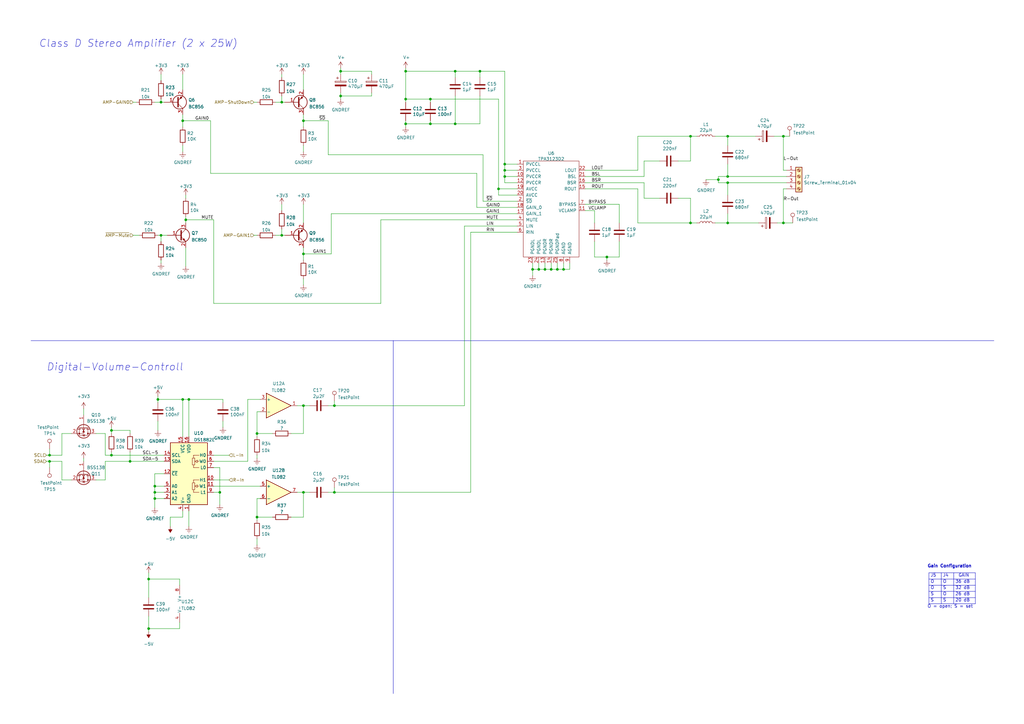
<source format=kicad_sch>
(kicad_sch (version 20230121) (generator eeschema)
  (paper "A3")
  (title_block (date "2023-07-19") (rev "1.3"))
  (lib_symbols
    (symbol "+3V3_1" (power) (pin_names (offset 0))
      (property "Value" "+3V3_1" (at 0 3.556 0))
      (symbol "+3V3_1_1_1"
        (pin power_in line (at 0 0 90) (length 0) hide (name "+3V3") (number "1"))
      )
    )
    (symbol "+3V3_2" (power) (pin_names (offset 0))
      (property "Value" "+3V3_2" (at 0 3.556 0))
      (symbol "+3V3_2_1_1"
        (pin power_in line (at 0 0 90) (length 0) hide (name "+3V3") (number "1"))
      )
    )
    (symbol "Amplifier_Operational:TL082" (pin_names (offset 0.127))
      (property "Reference" "U" (at 0 5.08 0))
      (property "Value" "TL082" (at 0 -5.08 0))
      (symbol "TL082_1_1"
        (pin output line (at 7.62 0 180) (length 2.54) (name "~") (number "1"))
        (pin input line (at -7.62 -2.54 0) (length 2.54) (name "-") (number "2"))
        (pin input line (at -7.62 2.54 0) (length 2.54) (name "+") (number "3"))
      )
      (symbol "TL082_2_1"
        (pin input line (at -7.62 2.54 0) (length 2.54) (name "+") (number "5"))
        (pin input line (at -7.62 -2.54 0) (length 2.54) (name "-") (number "6"))
        (pin output line (at 7.62 0 180) (length 2.54) (name "~") (number "7"))
      )
      (symbol "TL082_3_1"
        (pin power_in line (at -2.54 -7.62 90) (length 3.81) (name "V-") (number "4"))
        (pin power_in line (at -2.54 7.62 270) (length 3.81) (name "V+") (number "8"))
      )
    )
    (symbol "Connector:Screw_Terminal_01x04" (pin_names (offset 1.016) hide)
      (property "Reference" "J" (at 0 5.08 0))
      (property "Value" "Screw_Terminal_01x04" (at 0 -7.62 0))
      (symbol "Screw_Terminal_01x04_1_1"
        (pin passive line (at -5.08 2.54 0) (length 3.81) (name "Pin_1") (number "1"))
        (pin passive line (at -5.08 0 0) (length 3.81) (name "Pin_2") (number "2"))
        (pin passive line (at -5.08 -2.54 0) (length 3.81) (name "Pin_3") (number "3"))
        (pin passive line (at -5.08 -5.08 0) (length 3.81) (name "Pin_4") (number "4"))
      )
    )
    (symbol "Connector:TestPoint" (pin_numbers hide) (pin_names (offset 0.762) hide)
      (property "Reference" "TP" (at 0 6.858 0))
      (property "Value" "TestPoint" (at 0 5.08 0))
      (symbol "TestPoint_1_1"
        (pin passive line (at 0 0 90) (length 2.54) (name "1") (number "1"))
      )
    )
    (symbol "Device:C" (pin_numbers hide) (pin_names (offset 0.254))
      (property "Reference" "C" (at 0.635 2.54 0))
      (property "Value" "C" (at 0.635 -2.54 0))
      (symbol "C_1_1"
        (pin passive line (at 0 3.81 270) (length 2.794) (name "~") (number "1"))
        (pin passive line (at 0 -3.81 90) (length 2.794) (name "~") (number "2"))
      )
    )
    (symbol "Device:CP" (pin_numbers hide) (pin_names (offset 0.254))
      (property "Reference" "C" (at 0.635 2.54 0))
      (property "Value" "Device_CP" (at 0.635 -2.54 0))
      (symbol "CP_1_1"
        (pin passive line (at 0 3.81 270) (length 2.794) (name "~") (number "1"))
        (pin passive line (at 0 -3.81 90) (length 2.794) (name "~") (number "2"))
      )
    )
    (symbol "Device:L" (pin_numbers hide) (pin_names (offset 1.016) hide)
      (property "Reference" "L" (at -1.27 0 90))
      (property "Value" "L" (at 1.905 0 90))
      (symbol "L_1_1"
        (pin passive line (at 0 3.81 270) (length 1.27) (name "1") (number "1"))
        (pin passive line (at 0 -3.81 90) (length 1.27) (name "2") (number "2"))
      )
    )
    (symbol "Device:R" (pin_numbers hide) (pin_names (offset 0))
      (property "Reference" "R" (at 2.032 0 90))
      (property "Value" "R" (at 0 0 90))
      (symbol "R_1_1"
        (pin passive line (at 0 3.81 270) (length 1.27) (name "~") (number "1"))
        (pin passive line (at 0 -3.81 90) (length 1.27) (name "~") (number "2"))
      )
    )
    (symbol "GNDREF_1" (power) (pin_names (offset 0))
      (property "Value" "GNDREF_1" (at 0 -3.81 0))
      (symbol "GNDREF_1_1_1"
        (pin power_in line (at 0 0 270) (length 0) hide (name "GNDREF") (number "1"))
      )
    )
    (symbol "MyLib:V+" (power) (pin_names (offset 0))
      (property "Value" "MyLib_V+" (at 0 3.556 0))
      (symbol "V+_1_1"
        (pin power_in line (at 0 0 90) (length 0) hide (name "V+") (number "1"))
      )
    )
    (symbol "OfficeAmp:TPA3123D2" (pin_names (offset 1.016))
      (property "Reference" "U" (at -11.43 25.4 0))
      (property "Value" "TPA3123D2" (at -11.43 22.86 0))
      (symbol "TPA3123D2_1_1"
        (pin power_in line (at -13.97 20.32 0) (length 2.54) (name "PVCCL") (number "1"))
        (pin power_in line (at -13.97 15.24 0) (length 2.54) (name "PVCCR") (number "10"))
        (pin output line (at 13.97 1.27 180) (length 2.54) (name "VCLAMP") (number "11"))
        (pin power_in line (at -13.97 12.7 0) (length 2.54) (name "PVCCR") (number "12"))
        (pin power_in line (at -2.54 -20.32 90) (length 2.54) (name "PGNDR") (number "13"))
        (pin power_in line (at 0 -20.32 90) (length 2.54) (name "PGNDR") (number "14"))
        (pin output line (at 13.97 10.16 180) (length 2.54) (name "ROUT") (number "15"))
        (pin output line (at 13.97 12.7 180) (length 2.54) (name "BSR") (number "16"))
        (pin input line (at -13.97 0 0) (length 2.54) (name "GAIN_1") (number "17"))
        (pin input line (at -13.97 2.54 0) (length 2.54) (name "GAIN_0") (number "18"))
        (pin power_in line (at -13.97 10.16 0) (length 2.54) (name "AVCC") (number "19"))
        (pin input line (at -13.97 5.08 0) (length 2.54) (name "~{SD}") (number "2"))
        (pin power_in line (at -13.97 7.62 0) (length 2.54) (name "AVCC") (number "20"))
        (pin output line (at 13.97 15.24 180) (length 2.54) (name "BSL") (number "21"))
        (pin output line (at 13.97 17.78 180) (length 2.54) (name "LOUT") (number "22"))
        (pin power_in line (at -7.62 -20.32 90) (length 2.54) (name "PGNDL") (number "23"))
        (pin power_in line (at -5.08 -20.32 90) (length 2.54) (name "PGNDL") (number "24"))
        (pin power_in line (at 2.54 -20.32 90) (length 2.54) (name "PGNDPad") (number "25"))
        (pin power_in line (at -13.97 17.78 0) (length 2.54) (name "PVCCL") (number "3"))
        (pin input line (at -13.97 -2.54 0) (length 2.54) (name "MUTE") (number "4"))
        (pin input line (at -13.97 -5.08 0) (length 2.54) (name "LIN") (number "5"))
        (pin input line (at -13.97 -7.62 0) (length 2.54) (name "RIN") (number "6"))
        (pin output line (at 13.97 3.81 180) (length 2.54) (name "BYPASS") (number "7"))
        (pin power_in line (at 5.08 -20.32 90) (length 2.54) (name "AGND") (number "8"))
        (pin power_in line (at 7.62 -20.32 90) (length 2.54) (name "AGND") (number "9"))
      )
    )
    (symbol "Potentiometer_Digital:DS1882E"
      (property "Reference" "U" (at 6.35 13.97 0))
      (property "Value" "DS1882E" (at 5.08 -13.97 0))
      (symbol "DS1882E_1_1"
        (pin power_in line (at 0 -15.24 90) (length 2.54) (name "GND") (number "1"))
        (pin passive line (at 10.16 -2.54 180) (length 2.54) (name "H1") (number "10"))
        (pin passive line (at 10.16 -5.08 180) (length 2.54) (name "W1") (number "11"))
        (pin input line (at -10.16 0 0) (length 2.54) (name "~{CE}") (number "12"))
        (pin bidirectional line (at -10.16 5.08 0) (length 2.54) (name "SDA") (number "13"))
        (pin input line (at -10.16 7.62 0) (length 2.54) (name "SCL") (number "14"))
        (pin power_in line (at -2.54 15.24 270) (length 2.54) (name "VCC") (number "15"))
        (pin power_in line (at 0 15.24 270) (length 2.54) (name "VDD") (number "16"))
        (pin input line (at -10.16 -10.16 0) (length 2.54) (name "A2") (number "2"))
        (pin input line (at -10.16 -7.62 0) (length 2.54) (name "A1") (number "3"))
        (pin power_in line (at -2.54 -15.24 90) (length 2.54) (name "V-") (number "4"))
        (pin input line (at -10.16 -5.08 0) (length 2.54) (name "A0") (number "5"))
        (pin passive line (at 10.16 5.08 180) (length 2.54) (name "W0") (number "6"))
        (pin passive line (at 10.16 2.54 180) (length 2.54) (name "L0") (number "7"))
        (pin passive line (at 10.16 7.62 180) (length 2.54) (name "H0") (number "8"))
        (pin passive line (at 10.16 -7.62 180) (length 2.54) (name "L1") (number "9"))
      )
    )
    (symbol "Transistor_BJT:BC850" (pin_names (offset 0) hide)
      (property "Reference" "Q" (at 5.08 1.905 0))
      (property "Value" "BC850" (at 5.08 0 0))
      (symbol "BC850_1_1"
        (pin input line (at -5.08 0 0) (length 5.715) (name "B") (number "1"))
        (pin passive line (at 2.54 -5.08 90) (length 2.54) (name "E") (number "2"))
        (pin passive line (at 2.54 5.08 270) (length 2.54) (name "C") (number "3"))
      )
    )
    (symbol "Transistor_BJT:BC856" (pin_names (offset 0) hide)
      (property "Reference" "Q" (at 5.08 1.905 0))
      (property "Value" "BC856" (at 5.08 0 0))
      (symbol "BC856_1_1"
        (pin input line (at -5.08 0 0) (length 5.715) (name "B") (number "1"))
        (pin passive line (at 2.54 -5.08 90) (length 2.54) (name "E") (number "2"))
        (pin passive line (at 2.54 5.08 270) (length 2.54) (name "C") (number "3"))
      )
    )
    (symbol "Transistor_FET:BSS138" (pin_names hide)
      (property "Reference" "Q" (at 5.08 1.905 0))
      (property "Value" "BSS138" (at 5.08 0 0))
      (symbol "BSS138_1_1"
        (pin input line (at -5.08 0 0) (length 2.54) (name "G") (number "1"))
        (pin passive line (at 2.54 -5.08 90) (length 2.54) (name "S") (number "2"))
        (pin passive line (at 2.54 5.08 270) (length 2.54) (name "D") (number "3"))
      )
    )
    (symbol "power:+3V3" (power) (pin_names (offset 0))
      (property "Value" "+3V3" (at 0 3.556 0))
      (symbol "+3V3_1_1"
        (pin power_in line (at 0 0 90) (length 0) hide (name "+3V3") (number "1"))
      )
    )
    (symbol "power:+5V" (power) (pin_names (offset 0))
      (property "Value" "+5V" (at 0 3.556 0))
      (symbol "+5V_1_1"
        (pin power_in line (at 0 0 90) (length 0) hide (name "+5V") (number "1"))
      )
    )
    (symbol "power:-5V" (power) (pin_names (offset 0))
      (property "Value" "-5V" (at 0 3.81 0))
      (symbol "-5V_0_0"
        (pin power_in line (at 0 0 90) (length 0) hide (name "-5V") (number "1"))
      )
    )
    (symbol "power:GNDREF" (power) (pin_names (offset 0))
      (property "Value" "GNDREF" (at 0 -3.81 0))
      (symbol "GNDREF_1_1"
        (pin power_in line (at 0 0 270) (length 0) hide (name "GNDREF") (number "1"))
      )
    )
  )
  (junction (at 63.5 199.39))
  (junction (at 115.57 41.91))
  (junction (at 231.14 110.49))
  (junction (at 53.34 189.23))
  (junction (at 63.5 201.93))
  (junction (at 77.47 163.83))
  (junction (at 321.31 91.44))
  (junction (at 204.47 77.47))
  (junction (at 207.01 69.85))
  (junction (at 66.04 41.91))
  (junction (at 226.06 110.49))
  (junction (at 321.31 55.88))
  (junction (at 20.32 189.23))
  (junction (at 124.46 201.93))
  (junction (at 139.7 29.21))
  (junction (at 298.45 74.93))
  (junction (at 60.96 257.81))
  (junction (at 298.45 72.39))
  (junction (at 20.32 186.69))
  (junction (at 176.53 40.64))
  (junction (at 124.46 104.14))
  (junction (at 218.44 110.49))
  (junction (at 90.17 201.93))
  (junction (at 196.85 29.21))
  (junction (at 137.16 166.37))
  (junction (at 64.77 163.83))
  (junction (at 137.16 201.93))
  (junction (at 166.37 29.21))
  (junction (at 207.01 72.39))
  (junction (at 139.7 39.37))
  (junction (at 283.21 55.88))
  (junction (at 74.93 49.53))
  (junction (at 105.41 212.09))
  (junction (at 298.45 91.44))
  (junction (at 76.2 90.17))
  (junction (at 124.46 166.37))
  (junction (at 124.46 49.53))
  (junction (at 176.53 50.8))
  (junction (at 298.45 55.88))
  (junction (at 105.41 177.8))
  (junction (at 60.96 237.49))
  (junction (at 283.21 91.44))
  (junction (at 223.52 110.49))
  (junction (at 294.64 73.66))
  (junction (at 115.57 96.52))
  (junction (at 45.72 176.53))
  (junction (at 63.5 204.47))
  (junction (at 186.69 29.21))
  (junction (at 74.93 163.83))
  (junction (at 66.04 96.52))
  (junction (at 186.69 50.8))
  (junction (at 166.37 40.64))
  (junction (at 45.72 186.69))
  (junction (at 248.92 105.41))
  (junction (at 220.98 110.49))
  (junction (at 228.6 110.49))
  (junction (at 166.37 50.8))
  (junction (at 207.01 67.31))
  (wire (pts (xy 226.06 107.95) (xy 226.06 110.49)))
  (wire (pts (xy 53.34 176.53) (xy 53.34 177.8)))
  (wire (pts (xy 74.93 163.83) (xy 77.47 163.83)))
  (wire (pts (xy 124.46 201.93) (xy 124.46 212.09)))
  (wire (pts (xy 60.96 237.49) (xy 73.66 237.49)))
  (wire (pts (xy 115.57 96.52) (xy 116.84 96.52)))
  (wire (pts (xy 207.01 74.93) (xy 212.09 74.93)))
  (wire (pts (xy 204.47 40.64) (xy 176.53 40.64)))
  (wire (pts (xy 87.63 189.23) (xy 101.6 189.23)))
  (wire (pts (xy 115.57 83.82) (xy 115.57 86.36)))
  (wire (pts (xy 193.04 95.25) (xy 193.04 201.93)))
  (wire (pts (xy 139.7 29.21) (xy 139.7 30.48)))
  (wire (pts (xy 76.2 90.17) (xy 76.2 91.44)))
  (wire (pts (xy 25.4 177.8) (xy 25.4 186.69)))
  (wire (pts (xy 86.36 71.12) (xy 195.58 71.12)))
  (wire (pts (xy 87.63 196.85) (xy 93.98 196.85)))
  (wire (pts (xy 294.64 72.39) (xy 298.45 72.39)))
  (wire (pts (xy 176.53 41.91) (xy 176.53 40.64)))
  (wire (pts (xy 45.72 176.53) (xy 45.72 177.8)))
  (wire (pts (xy 87.63 199.39) (xy 106.68 199.39)))
  (wire (pts (xy 34.29 167.64) (xy 34.29 170.18)))
  (wire (pts (xy 294.64 73.66) (xy 294.64 74.93)))
  (wire (pts (xy 74.93 46.99) (xy 74.93 49.53)))
  (polyline (pts (xy 381 234.95) (xy 400.05 234.95)))
  (wire (pts (xy 101.6 163.83) (xy 106.68 163.83)))
  (wire (pts (xy 231.14 107.95) (xy 231.14 110.49)))
  (wire (pts (xy 248.92 105.41) (xy 254 105.41)))
  (wire (pts (xy 105.41 212.09) (xy 111.76 212.09)))
  (wire (pts (xy 204.47 77.47) (xy 204.47 40.64)))
  (wire (pts (xy 39.37 177.8) (xy 43.18 177.8)))
  (wire (pts (xy 76.2 80.01) (xy 76.2 81.28)))
  (wire (pts (xy 119.38 212.09) (xy 124.46 212.09)))
  (wire (pts (xy 60.96 252.73) (xy 60.96 257.81)))
  (wire (pts (xy 105.41 168.91) (xy 106.68 168.91)))
  (wire (pts (xy 318.77 91.44) (xy 321.31 91.44)))
  (wire (pts (xy 176.53 49.53) (xy 176.53 50.8)))
  (wire (pts (xy 20.32 184.15) (xy 20.32 186.69)))
  (wire (pts (xy 298.45 55.88) (xy 309.88 55.88)))
  (wire (pts (xy 137.16 200.025) (xy 137.16 201.93)))
  (wire (pts (xy 240.03 86.36) (xy 243.84 86.36)))
  (wire (pts (xy 63.5 204.47) (xy 67.31 204.47)))
  (wire (pts (xy 134.62 49.53) (xy 134.62 63.5)))
  (wire (pts (xy 166.37 29.21) (xy 186.69 29.21)))
  (wire (pts (xy 166.37 27.94) (xy 166.37 29.21)))
  (wire (pts (xy 45.72 175.26) (xy 45.72 176.53)))
  (wire (pts (xy 264.16 66.04) (xy 270.51 66.04)))
  (wire (pts (xy 264.16 74.93) (xy 264.16 81.28)))
  (wire (pts (xy 74.93 59.69) (xy 74.93 62.23)))
  (wire (pts (xy 105.41 204.47) (xy 105.41 212.09)))
  (wire (pts (xy 64.77 163.83) (xy 64.77 165.1)))
  (wire (pts (xy 223.52 107.95) (xy 223.52 110.49)))
  (wire (pts (xy 45.72 186.69) (xy 67.31 186.69)))
  (wire (pts (xy 63.5 41.91) (xy 66.04 41.91)))
  (wire (pts (xy 166.37 49.53) (xy 166.37 50.8)))
  (wire (pts (xy 20.32 189.23) (xy 20.32 191.77)))
  (wire (pts (xy 137.16 164.465) (xy 137.16 166.37)))
  (wire (pts (xy 240.03 72.39) (xy 264.16 72.39)))
  (wire (pts (xy 53.34 185.42) (xy 53.34 189.23)))
  (wire (pts (xy 294.64 72.39) (xy 294.64 73.66)))
  (wire (pts (xy 105.41 177.8) (xy 111.76 177.8)))
  (wire (pts (xy 91.44 163.83) (xy 91.44 165.1)))
  (wire (pts (xy 25.4 177.8) (xy 29.21 177.8)))
  (wire (pts (xy 261.62 69.85) (xy 261.62 55.88)))
  (wire (pts (xy 74.93 212.09) (xy 74.93 209.55)))
  (wire (pts (xy 63.5 199.39) (xy 63.5 194.31)))
  (wire (pts (xy 121.92 166.37) (xy 124.46 166.37)))
  (wire (pts (xy 207.01 72.39) (xy 207.01 74.93)))
  (wire (pts (xy 66.04 96.52) (xy 68.58 96.52)))
  (wire (pts (xy 66.04 41.91) (xy 67.31 41.91)))
  (wire (pts (xy 186.69 29.21) (xy 186.69 31.75)))
  (wire (pts (xy 196.85 29.21) (xy 207.01 29.21)))
  (wire (pts (xy 283.21 81.28) (xy 283.21 91.44)))
  (wire (pts (xy 43.18 186.69) (xy 45.72 186.69)))
  (wire (pts (xy 60.96 237.49) (xy 60.96 245.11)))
  (wire (pts (xy 63.5 201.93) (xy 67.31 201.93)))
  (wire (pts (xy 220.98 110.49) (xy 223.52 110.49)))
  (wire (pts (xy 166.37 40.64) (xy 166.37 41.91)))
  (wire (pts (xy 254 105.41) (xy 254 99.06)))
  (wire (pts (xy 298.45 72.39) (xy 322.58 72.39)))
  (wire (pts (xy 264.16 72.39) (xy 264.16 66.04)))
  (wire (pts (xy 113.03 41.91) (xy 115.57 41.91)))
  (wire (pts (xy 91.44 172.72) (xy 91.44 175.26)))
  (wire (pts (xy 156.21 90.17) (xy 156.21 124.46)))
  (wire (pts (xy 207.01 67.31) (xy 207.01 69.85)))
  (wire (pts (xy 19.05 186.69) (xy 20.32 186.69)))
  (wire (pts (xy 298.45 87.63) (xy 298.45 91.44)))
  (wire (pts (xy 124.46 114.3) (xy 124.46 116.84)))
  (wire (pts (xy 231.14 110.49) (xy 233.68 110.49)))
  (wire (pts (xy 317.5 55.88) (xy 321.31 55.88)))
  (wire (pts (xy 77.47 163.83) (xy 91.44 163.83)))
  (wire (pts (xy 196.85 29.21) (xy 196.85 31.75)))
  (polyline (pts (xy 381 245.11) (xy 400.05 245.11)))
  (wire (pts (xy 152.4 29.21) (xy 152.4 30.48)))
  (wire (pts (xy 60.96 257.81) (xy 60.96 259.08)))
  (polyline (pts (xy 381 242.57) (xy 400.05 242.57)))
  (wire (pts (xy 105.41 168.91) (xy 105.41 177.8)))
  (wire (pts (xy 198.12 63.5) (xy 134.62 63.5)))
  (wire (pts (xy 104.14 96.52) (xy 105.41 96.52)))
  (wire (pts (xy 223.52 110.49) (xy 226.06 110.49)))
  (wire (pts (xy 248.92 105.41) (xy 248.92 106.68)))
  (wire (pts (xy 139.7 27.94) (xy 139.7 29.21)))
  (wire (pts (xy 196.85 50.8) (xy 186.69 50.8)))
  (wire (pts (xy 321.31 77.47) (xy 322.58 77.47)))
  (wire (pts (xy 73.66 237.49) (xy 73.66 240.03)))
  (wire (pts (xy 135.89 87.63) (xy 135.89 104.14)))
  (wire (pts (xy 43.18 177.8) (xy 43.18 186.69)))
  (polyline (pts (xy 391.16 234.95) (xy 391.16 247.65)))
  (polyline (pts (xy 381 247.65) (xy 400.05 247.65)))
  (wire (pts (xy 101.6 189.23) (xy 101.6 163.83)))
  (wire (pts (xy 166.37 29.21) (xy 166.37 40.64)))
  (wire (pts (xy 20.32 189.23) (xy 25.4 189.23)))
  (wire (pts (xy 240.03 83.82) (xy 254 83.82)))
  (wire (pts (xy 124.46 104.14) (xy 135.89 104.14)))
  (wire (pts (xy 124.46 201.93) (xy 127 201.93)))
  (wire (pts (xy 87.63 191.77) (xy 90.17 191.77)))
  (wire (pts (xy 73.66 255.27) (xy 73.66 257.81)))
  (wire (pts (xy 264.16 81.28) (xy 270.51 81.28)))
  (wire (pts (xy 69.85 212.09) (xy 74.93 212.09)))
  (wire (pts (xy 212.09 72.39) (xy 207.01 72.39)))
  (wire (pts (xy 90.17 191.77) (xy 90.17 201.93)))
  (wire (pts (xy 20.32 186.69) (xy 25.4 186.69)))
  (wire (pts (xy 54.61 96.52) (xy 57.15 96.52)))
  (wire (pts (xy 228.6 110.49) (xy 231.14 110.49)))
  (wire (pts (xy 66.04 106.68) (xy 66.04 107.95)))
  (wire (pts (xy 298.45 59.69) (xy 298.45 55.88)))
  (wire (pts (xy 90.17 201.93) (xy 90.17 207.01)))
  (wire (pts (xy 87.63 201.93) (xy 90.17 201.93)))
  (wire (pts (xy 63.5 208.28) (xy 63.5 204.47)))
  (wire (pts (xy 124.46 49.53) (xy 124.46 52.07)))
  (wire (pts (xy 261.62 91.44) (xy 283.21 91.44)))
  (wire (pts (xy 137.16 166.37) (xy 190.5 166.37)))
  (wire (pts (xy 87.63 90.17) (xy 87.63 124.46)))
  (wire (pts (xy 186.69 50.8) (xy 176.53 50.8)))
  (wire (pts (xy 212.09 67.31) (xy 207.01 67.31)))
  (wire (pts (xy 278.13 66.04) (xy 283.21 66.04)))
  (wire (pts (xy 104.14 41.91) (xy 105.41 41.91)))
  (wire (pts (xy 186.69 39.37) (xy 186.69 50.8)))
  (wire (pts (xy 186.69 29.21) (xy 196.85 29.21)))
  (wire (pts (xy 240.03 74.93) (xy 264.16 74.93)))
  (wire (pts (xy 240.03 69.85) (xy 261.62 69.85)))
  (wire (pts (xy 115.57 41.91) (xy 116.84 41.91)))
  (wire (pts (xy 124.46 83.82) (xy 124.46 91.44)))
  (wire (pts (xy 166.37 40.64) (xy 176.53 40.64)))
  (wire (pts (xy 43.18 196.85) (xy 43.18 189.23)))
  (wire (pts (xy 204.47 80.01) (xy 204.47 77.47)))
  (wire (pts (xy 322.58 69.85) (xy 321.31 69.85)))
  (wire (pts (xy 105.41 212.09) (xy 105.41 213.36)))
  (wire (pts (xy 124.46 166.37) (xy 127 166.37)))
  (wire (pts (xy 198.12 82.55) (xy 212.09 82.55)))
  (wire (pts (xy 196.85 39.37) (xy 196.85 50.8)))
  (wire (pts (xy 74.93 30.48) (xy 74.93 36.83)))
  (wire (pts (xy 64.77 172.72) (xy 64.77 176.53)))
  (wire (pts (xy 113.03 96.52) (xy 115.57 96.52)))
  (wire (pts (xy 218.44 113.03) (xy 218.44 110.49)))
  (wire (pts (xy 87.63 186.69) (xy 93.98 186.69)))
  (wire (pts (xy 139.7 39.37) (xy 139.7 40.64)))
  (wire (pts (xy 121.92 201.93) (xy 124.46 201.93)))
  (wire (pts (xy 240.03 77.47) (xy 261.62 77.47)))
  (wire (pts (xy 228.6 107.95) (xy 228.6 110.49)))
  (wire (pts (xy 218.44 110.49) (xy 220.98 110.49)))
  (wire (pts (xy 283.21 55.88) (xy 285.75 55.88)))
  (wire (pts (xy 64.77 96.52) (xy 66.04 96.52)))
  (wire (pts (xy 105.41 220.98) (xy 105.41 223.52)))
  (wire (pts (xy 298.45 67.31) (xy 298.45 72.39)))
  (wire (pts (xy 195.58 85.09) (xy 212.09 85.09)))
  (polyline (pts (xy 381 237.49) (xy 400.05 237.49)))
  (wire (pts (xy 25.4 196.85) (xy 29.21 196.85)))
  (wire (pts (xy 77.47 209.55) (xy 77.47 215.9)))
  (wire (pts (xy 119.38 177.8) (xy 124.46 177.8)))
  (polyline (pts (xy 386.08 234.95) (xy 386.08 247.65)))
  (wire (pts (xy 243.84 105.41) (xy 248.92 105.41)))
  (wire (pts (xy 115.57 93.98) (xy 115.57 96.52)))
  (wire (pts (xy 190.5 92.71) (xy 190.5 166.37)))
  (wire (pts (xy 261.62 77.47) (xy 261.62 91.44)))
  (wire (pts (xy 64.77 162.56) (xy 64.77 163.83)))
  (wire (pts (xy 176.53 50.8) (xy 166.37 50.8)))
  (wire (pts (xy 74.93 163.83) (xy 74.93 179.07)))
  (wire (pts (xy 190.5 92.71) (xy 212.09 92.71)))
  (wire (pts (xy 321.31 91.44) (xy 325.12 91.44)))
  (wire (pts (xy 283.21 66.04) (xy 283.21 55.88)))
  (wire (pts (xy 76.2 90.17) (xy 87.63 90.17)))
  (wire (pts (xy 294.64 74.93) (xy 298.45 74.93)))
  (wire (pts (xy 25.4 189.23) (xy 25.4 196.85)))
  (wire (pts (xy 53.34 189.23) (xy 67.31 189.23)))
  (wire (pts (xy 134.62 166.37) (xy 137.16 166.37)))
  (wire (pts (xy 321.31 55.88) (xy 323.85 55.88)))
  (wire (pts (xy 76.2 88.9) (xy 76.2 90.17)))
  (wire (pts (xy 156.21 90.17) (xy 212.09 90.17)))
  (wire (pts (xy 63.5 201.93) (xy 63.5 199.39)))
  (wire (pts (xy 115.57 30.48) (xy 115.57 31.75)))
  (wire (pts (xy 45.72 176.53) (xy 53.34 176.53)))
  (polyline (pts (xy 381 240.03) (xy 400.05 240.03)))
  (wire (pts (xy 293.37 55.88) (xy 298.45 55.88)))
  (wire (pts (xy 261.62 55.88) (xy 283.21 55.88)))
  (wire (pts (xy 139.7 29.21) (xy 152.4 29.21)))
  (polyline (pts (xy 12.7 139.7) (xy 161.29 139.7)))
  (wire (pts (xy 152.4 39.37) (xy 139.7 39.37)))
  (wire (pts (xy 76.2 101.6) (xy 76.2 109.22)))
  (wire (pts (xy 74.93 49.53) (xy 86.36 49.53)))
  (wire (pts (xy 87.63 124.46) (xy 156.21 124.46)))
  (wire (pts (xy 124.46 166.37) (xy 124.46 177.8)))
  (wire (pts (xy 77.47 163.83) (xy 77.47 179.07)))
  (wire (pts (xy 34.29 187.96) (xy 34.29 189.23)))
  (wire (pts (xy 54.61 41.91) (xy 55.88 41.91)))
  (wire (pts (xy 321.31 69.85) (xy 321.31 55.88)))
  (wire (pts (xy 73.66 257.81) (xy 60.96 257.81)))
  (wire (pts (xy 152.4 38.1) (xy 152.4 39.37)))
  (wire (pts (xy 124.46 104.14) (xy 124.46 106.68)))
  (wire (pts (xy 43.18 189.23) (xy 53.34 189.23)))
  (wire (pts (xy 124.46 101.6) (xy 124.46 104.14)))
  (wire (pts (xy 198.12 82.55) (xy 198.12 63.5)))
  (wire (pts (xy 218.44 107.95) (xy 218.44 110.49)))
  (wire (pts (xy 124.46 46.99) (xy 124.46 49.53)))
  (wire (pts (xy 124.46 30.48) (xy 124.46 36.83)))
  (wire (pts (xy 115.57 39.37) (xy 115.57 41.91)))
  (wire (pts (xy 212.09 69.85) (xy 207.01 69.85)))
  (wire (pts (xy 298.45 80.01) (xy 298.45 74.93)))
  (wire (pts (xy 321.31 91.44) (xy 321.31 77.47)))
  (wire (pts (xy 105.41 186.69) (xy 105.41 187.96)))
  (wire (pts (xy 207.01 29.21) (xy 207.01 67.31)))
  (polyline (pts (xy 400.05 234.95) (xy 400.05 247.65)))
  (wire (pts (xy 66.04 40.64) (xy 66.04 41.91)))
  (wire (pts (xy 63.5 204.47) (xy 63.5 201.93)))
  (polyline (pts (xy 161.29 139.7) (xy 161.29 284.48)))
  (wire (pts (xy 212.09 80.01) (xy 204.47 80.01)))
  (wire (pts (xy 63.5 199.39) (xy 67.31 199.39)))
  (wire (pts (xy 278.13 81.28) (xy 283.21 81.28)))
  (wire (pts (xy 66.04 30.48) (xy 66.04 33.02)))
  (wire (pts (xy 212.09 77.47) (xy 204.47 77.47)))
  (wire (pts (xy 39.37 196.85) (xy 43.18 196.85)))
  (wire (pts (xy 220.98 107.95) (xy 220.98 110.49)))
  (wire (pts (xy 166.37 50.8) (xy 166.37 52.07)))
  (wire (pts (xy 294.64 73.66) (xy 289.56 73.66)))
  (wire (pts (xy 298.45 91.44) (xy 311.15 91.44)))
  (wire (pts (xy 195.58 71.12) (xy 195.58 85.09)))
  (wire (pts (xy 283.21 91.44) (xy 285.75 91.44)))
  (wire (pts (xy 212.09 95.25) (xy 193.04 95.25)))
  (wire (pts (xy 137.16 201.93) (xy 193.04 201.93)))
  (wire (pts (xy 60.96 234.95) (xy 60.96 237.49)))
  (wire (pts (xy 74.93 49.53) (xy 74.93 52.07)))
  (wire (pts (xy 105.41 204.47) (xy 106.68 204.47)))
  (wire (pts (xy 226.06 110.49) (xy 228.6 110.49)))
  (wire (pts (xy 63.5 194.31) (xy 67.31 194.31)))
  (wire (pts (xy 254 83.82) (xy 254 91.44)))
  (wire (pts (xy 124.46 59.69) (xy 124.46 62.23)))
  (wire (pts (xy 124.46 49.53) (xy 134.62 49.53)))
  (wire (pts (xy 86.36 49.53) (xy 86.36 71.12)))
  (wire (pts (xy 19.05 189.23) (xy 20.32 189.23)))
  (wire (pts (xy 298.45 74.93) (xy 322.58 74.93)))
  (wire (pts (xy 243.84 99.06) (xy 243.84 105.41)))
  (wire (pts (xy 135.89 87.63) (xy 212.09 87.63)))
  (wire (pts (xy 134.62 201.93) (xy 137.16 201.93)))
  (wire (pts (xy 233.68 110.49) (xy 233.68 107.95)))
  (wire (pts (xy 139.7 38.1) (xy 139.7 39.37)))
  (polyline (pts (xy 161.29 139.7) (xy 407.67 139.7)))
  (wire (pts (xy 207.01 69.85) (xy 207.01 72.39)))
  (wire (pts (xy 45.72 185.42) (xy 45.72 186.69)))
  (polyline (pts (xy 381 234.95) (xy 381 247.65)))
  (wire (pts (xy 69.85 215.9) (xy 69.85 212.09)))
  (wire (pts (xy 293.37 91.44) (xy 298.45 91.44)))
  (wire (pts (xy 105.41 177.8) (xy 105.41 179.07)))
  (wire (pts (xy 64.77 163.83) (xy 74.93 163.83)))
  (wire (pts (xy 66.04 96.52) (xy 66.04 99.06)))
  (wire (pts (xy 243.84 86.36) (xy 243.84 91.44)))
  (text "26 dB" (at 391.795 244.475 0) (effects (font (size 1.27 1.27)) (justify left bottom)))
  (text "S" (at 381.635 247.015 0) (effects (font (size 1.27 1.27)) (justify left bottom)))
  (text "Gain Configuration" (at 380.365 233.045 0) (effects (font (size 1.27 1.27) (thickness 0.254) bold) (justify left bottom)))
  (text "Class D Stereo Amplifier (2 x 25W)" (at 15.875 19.685 0) (effects (font (size 2.9972 2.9972) italic) (justify left bottom)))
  (text "GAIN" (at 393.065 236.855 0) (effects (font (size 1.27 1.27)) (justify left bottom)))
  (text "S" (at 386.715 247.015 0) (effects (font (size 1.27 1.27)) (justify left bottom)))
  (text "S" (at 386.715 241.935 0) (effects (font (size 1.27 1.27)) (justify left bottom)))
  (text "J4\n" (at 386.715 236.855 0) (effects (font (size 1.27 1.27)) (justify left bottom)))
  (text "O" (at 381.635 239.395 0) (effects (font (size 1.27 1.27)) (justify left bottom)))
  (text "36 dB" (at 391.795 239.395 0) (effects (font (size 1.27 1.27)) (justify left bottom)))
  (text "Digital-Volume-Controll" (at 19.05 152.4 0) (effects (font (size 2.9972 2.9972) italic) (justify left bottom)))
  (text "J5" (at 381.635 236.855 0) (effects (font (size 1.27 1.27)) (justify left bottom)))
  (text "O" (at 386.715 239.395 0) (effects (font (size 1.27 1.27)) (justify left bottom)))
  (text "20 dB" (at 391.795 247.015 0) (effects (font (size 1.27 1.27)) (justify left bottom)))
  (text "O" (at 386.715 244.475 0) (effects (font (size 1.27 1.27)) (justify left bottom)))
  (text "S" (at 381.635 244.475 0) (effects (font (size 1.27 1.27)) (justify left bottom)))
  (text "32 dB" (at 391.795 241.935 0) (effects (font (size 1.27 1.27)) (justify left bottom)))
  (text "O = open; S = set" (at 380.365 249.555 0) (effects (font (size 1.27 1.27)) (justify left bottom)))
  (text "O" (at 381.635 241.935 0) (effects (font (size 1.27 1.27)) (justify left bottom)))
  (label "RIN" (at 199.39 95.25 0))
  (label "BSR" (at 242.57 74.93 0))
  (label "SCL-5" (at 58.42 186.69 0))
  (label "VCLAMP" (at 241.3 86.36 0))
  (label "BSL" (at 242.57 72.39 0))
  (label "GAIN1" (at 199.39 87.63 0))
  (label "SDA-5" (at 58.42 189.23 0))
  (label "~{SD}" (at 199.39 82.55 0))
  (label "LIN" (at 199.39 92.71 0))
  (label "GAIN0" (at 80.01 49.53 0))
  (label "~{SD}" (at 130.81 49.53 0))
  (label "GAIN0" (at 199.39 85.09 0))
  (label "ROUT" (at 242.57 77.47 0))
  (label "MUTE" (at 82.55 90.17 0))
  (label "MUTE" (at 199.39 90.17 0))
  (label "LOUT" (at 242.57 69.85 0))
  (label "GAIN1" (at 128.27 104.14 0))
  (label "L-Out" (at 321.31 66.04 0))
  (label "R-Out" (at 321.31 82.55 0))
  (label "BYPASS" (at 241.3 83.82 0))
  (hierarchical_label "AMP-GAIN0" (shape input) (at 54.61 41.91 180))
  (hierarchical_label "AMP-GAIN1" (shape input) (at 104.14 96.52 180))
  (hierarchical_label "L-In" (shape input) (at 93.98 186.69 0))
  (hierarchical_label "AMP-ShutDown" (shape input) (at 104.14 41.91 180))
  (hierarchical_label "R-In" (shape input) (at 93.98 196.85 0))
  (hierarchical_label "~{AMP-Mute}" (shape input) (at 54.61 96.52 180))
  (hierarchical_label "SCL" (shape input) (at 19.05 186.69 180))
  (hierarchical_label "SDA" (shape input) (at 19.05 189.23 180))
  (symbol (lib_id "OfficeAmp:TPA3123D2") (at 226.06 87.63 0) (unit 1)
    (property "Reference" "U6" (at 226.06 62.865 0))
    (property "Value" "TPA3123D2" (at 226.06 65.1764 0))
    (property "Footprint" "Package_SO:HTSSOP-24-1EP_4.4x7.8mm_P0.65mm_EP3.4x7.8mm_Mask2.4x4.68mm_ThermalVias" (effects hide))
    (property "Datasheet" "https://www.ti.com/lit/gpn/tpa3123d2" (effects hide))
  )
  (symbol (lib_id "MyLib:V+") (at 139.7 27.94 0) (unit 1)
    (property "Reference" "#PWR02" (effects hide))
    (property "Value" "V+" (at 140.081 23.5458 0))
  )
  (symbol (lib_id "Device:CP") (at 139.7 34.29 0) (unit 1)
    (property "Reference" "C10" (at 142.6972 33.1216 0) (effects (justify left)))
    (property "Value" "470µF" (at 142.6972 35.433 0) (effects (justify left)))
    (property "Footprint" "Capacitor_THT:CP_Radial_D10.0mm_P5.00mm" (effects hide))
    (property "Datasheet" "https://www.mouser.de/datasheet/2/293/e_ufw-1511690.pdf" (effects hide))
    (property "Manufactorer" "nichicon" (effects hide))
    (property "Part No" "UFW1H471MHD" (effects hide))
  )
  (symbol (lib_id "power:GNDREF") (at 139.7 40.64 0) (unit 1)
    (property "Reference" "#PWR03" (effects hide))
    (property "Value" "GNDREF" (at 139.827 45.0342 0))
  )
  (symbol (lib_id "Device:C") (at 186.69 35.56 0) (unit 1)
    (property "Reference" "C14" (at 189.611 34.3916 0) (effects (justify left)))
    (property "Value" "1µF" (at 189.611 36.703 0) (effects (justify left)))
    (property "Footprint" "Capacitor_SMD:C_0805_2012Metric_Pad1.18x1.45mm_HandSolder" (effects hide))
  )
  (symbol (lib_id "Device:C") (at 196.85 35.56 0) (unit 1)
    (property "Reference" "C15" (at 199.771 34.3916 0) (effects (justify left)))
    (property "Value" "1µF" (at 199.771 36.703 0) (effects (justify left)))
    (property "Footprint" "Capacitor_SMD:C_0805_2012Metric_Pad1.18x1.45mm_HandSolder" (effects hide))
  )
  (symbol (lib_id "Device:C") (at 166.37 45.72 0) (unit 1)
    (property "Reference" "C12" (at 169.291 44.5516 0) (effects (justify left)))
    (property "Value" "10µF" (at 169.291 46.863 0) (effects (justify left)))
    (property "Footprint" "Capacitor_SMD:C_0805_2012Metric_Pad1.18x1.45mm_HandSolder" (effects hide))
  )
  (symbol (lib_id "Device:C") (at 176.53 45.72 0) (unit 1)
    (property "Reference" "C13" (at 179.451 44.5516 0) (effects (justify left)))
    (property "Value" "100nF" (at 179.451 46.863 0) (effects (justify left)))
    (property "Footprint" "Capacitor_SMD:C_0805_2012Metric_Pad1.18x1.45mm_HandSolder" (effects hide))
  )
  (symbol (lib_id "MyLib:V+") (at 166.37 27.94 0) (unit 1)
    (property "Reference" "#PWR06" (effects hide))
    (property "Value" "V+" (at 166.751 23.5458 0))
  )
  (symbol (lib_id "power:GNDREF") (at 166.37 52.07 0) (unit 1)
    (property "Reference" "#PWR07" (effects hide))
    (property "Value" "GNDREF" (at 166.497 56.4642 0))
  )
  (symbol (lib_id "Device:R") (at 124.46 55.88 0) (unit 1)
    (property "Reference" "R3" (at 126.238 54.7116 0) (effects (justify left)))
    (property "Value" "10K" (at 126.238 57.023 0) (effects (justify left)))
    (property "Footprint" "Resistor_SMD:R_0805_2012Metric_Pad1.20x1.40mm_HandSolder" (effects hide))
  )
  (symbol (lib_id "Device:R") (at 74.93 55.88 0) (unit 1)
    (property "Reference" "R2" (at 76.708 54.7116 0) (effects (justify left)))
    (property "Value" "10K" (at 76.708 57.023 0) (effects (justify left)))
    (property "Footprint" "Resistor_SMD:R_0805_2012Metric_Pad1.20x1.40mm_HandSolder" (effects hide))
  )
  (symbol (lib_id "Device:R") (at 124.46 110.49 0) (unit 1)
    (property "Reference" "R1" (at 126.238 109.3216 0) (effects (justify left)))
    (property "Value" "10K" (at 126.238 111.633 0) (effects (justify left)))
    (property "Footprint" "Resistor_SMD:R_0805_2012Metric_Pad1.20x1.40mm_HandSolder" (effects hide))
  )
  (symbol (lib_id "Device:R") (at 76.2 85.09 0) (unit 1)
    (property "Reference" "R4" (at 77.978 83.9216 0) (effects (justify left)))
    (property "Value" "10k" (at 77.978 86.233 0) (effects (justify left)))
    (property "Footprint" "Resistor_SMD:R_0805_2012Metric_Pad1.20x1.40mm_HandSolder" (effects hide))
  )
  (symbol (lib_id "power:GNDREF") (at 218.44 113.03 0) (unit 1)
    (property "Reference" "#PWR010" (effects hide))
    (property "Value" "GNDREF" (at 218.567 117.4242 0))
  )
  (symbol (lib_id "Device:C") (at 130.81 201.93 270) (unit 1)
    (property "Reference" "C16" (at 128.27 194.31 90) (effects (justify left)))
    (property "Value" "2µ2F" (at 128.27 196.85 90) (effects (justify left)))
    (property "Footprint" "Capacitor_SMD:C_0805_2012Metric_Pad1.18x1.45mm_HandSolder" (effects hide))
  )
  (symbol (lib_id "Device:C") (at 130.81 166.37 270) (unit 1)
    (property "Reference" "C17" (at 128.27 160.02 90) (effects (justify left)))
    (property "Value" "2µ2F" (at 128.27 162.56 90) (effects (justify left)))
    (property "Footprint" "Capacitor_SMD:C_0805_2012Metric_Pad1.18x1.45mm_HandSolder" (effects hide))
  )
  (symbol (lib_id "Device:C") (at 243.84 95.25 0) (unit 1)
    (property "Reference" "C18" (at 246.761 94.0816 0) (effects (justify left)))
    (property "Value" "1µF" (at 246.761 96.393 0) (effects (justify left)))
    (property "Footprint" "Capacitor_SMD:C_0805_2012Metric_Pad1.18x1.45mm_HandSolder" (effects hide))
  )
  (symbol (lib_id "Device:C") (at 254 95.25 0) (unit 1)
    (property "Reference" "C19" (at 256.921 94.0816 0) (effects (justify left)))
    (property "Value" "1µF" (at 256.921 96.393 0) (effects (justify left)))
    (property "Footprint" "Capacitor_SMD:C_0805_2012Metric_Pad1.18x1.45mm_HandSolder" (effects hide))
  )
  (symbol (lib_id "power:GNDREF") (at 248.92 106.68 0) (unit 1)
    (property "Reference" "#PWR011" (effects hide))
    (property "Value" "GNDREF" (at 249.047 111.0742 0))
  )
  (symbol (lib_id "Device:C") (at 274.32 66.04 270) (unit 1)
    (property "Reference" "C20" (at 271.78 58.42 90) (effects (justify left)))
    (property "Value" "220nF" (at 271.78 60.96 90) (effects (justify left)))
    (property "Footprint" "Capacitor_SMD:C_0805_2012Metric_Pad1.18x1.45mm_HandSolder" (effects hide))
  )
  (symbol (lib_id "Device:C") (at 274.32 81.28 270) (unit 1)
    (property "Reference" "C21" (at 271.78 73.66 90) (effects (justify left)))
    (property "Value" "220nF" (at 271.78 76.2 90) (effects (justify left)))
    (property "Footprint" "Capacitor_SMD:C_0805_2012Metric_Pad1.18x1.45mm_HandSolder" (effects hide))
  )
  (symbol (lib_id "Device:L") (at 289.56 55.88 90) (unit 1)
    (property "Reference" "L1" (at 289.56 51.054 90))
    (property "Value" "22µH" (at 289.56 53.3654 90))
    (property "Footprint" "office_amp:L_Bourns-PM5022" (effects hide))
    (property "Datasheet" "https://www.mouser.de/datasheet/2/54/pm5022_series-268734.pdf" (effects hide))
    (property "Manufacturer" "Bourns" (effects hide))
    (property "Part No" "PM5022-220M-RC" (effects hide))
  )
  (symbol (lib_id "Device:CP") (at 313.69 55.88 90) (unit 1)
    (property "Reference" "C24" (at 313.69 49.403 90))
    (property "Value" "470µF" (at 313.69 51.7144 90))
    (property "Footprint" "Capacitor_THT:CP_Radial_D10.0mm_P5.00mm" (effects hide))
    (property "Datasheet" "https://www.mouser.de/datasheet/2/293/e_ufw-1511690.pdf" (effects hide))
    (property "Manufactorer" "nichicon" (effects hide))
    (property "Part No" "UFW1H471MHD" (effects hide))
  )
  (symbol (lib_id "Connector:Screw_Terminal_01x04") (at 327.66 72.39 0) (unit 1)
    (property "Reference" "J7" (at 329.692 72.5932 0) (effects (justify left)))
    (property "Value" "Screw_Terminal_01x04" (at 329.692 74.9046 0) (effects (justify left)))
    (property "Footprint" "TerminalBlock_RND:TerminalBlock_RND_205-00003_1x04_P5.00mm_Horizontal" (effects hide))
  )
  (symbol (lib_id "power:GNDREF") (at 289.56 73.66 0) (unit 1)
    (property "Reference" "#PWR012" (effects hide))
    (property "Value" "GNDREF" (at 289.687 78.0542 0))
  )
  (symbol (lib_id "Device:C") (at 298.45 63.5 0) (unit 1)
    (property "Reference" "C22" (at 301.371 62.3316 0) (effects (justify left)))
    (property "Value" "680nF" (at 301.371 64.643 0) (effects (justify left)))
    (property "Footprint" "Capacitor_THT:C_Rect_L7.2mm_W4.5mm_P5.00mm_FKS2_FKP2_MKS2_MKP2" (effects hide))
  )
  (symbol (lib_id "Device:C") (at 298.45 83.82 0) (unit 1)
    (property "Reference" "C23" (at 301.371 82.6516 0) (effects (justify left)))
    (property "Value" "680nF" (at 301.371 84.963 0) (effects (justify left)))
    (property "Footprint" "Capacitor_THT:C_Rect_L7.2mm_W4.5mm_P5.00mm_FKS2_FKP2_MKS2_MKP2" (effects hide))
  )
  (symbol (lib_id "Device:L") (at 289.56 91.44 90) (unit 1)
    (property "Reference" "L2" (at 289.56 86.614 90))
    (property "Value" "22µH" (at 289.56 88.9254 90))
    (property "Footprint" "office_amp:L_Bourns-PM5022" (effects hide))
    (property "Datasheet" "https://www.mouser.de/datasheet/2/153/PISN-1730108.pdf" (effects hide))
    (property "Manufacturer" "FASTRON" (effects hide))
    (property "Part No" "PISN-220M-04" (effects hide))
  )
  (symbol (lib_id "Device:CP") (at 152.4 34.29 0) (unit 1)
    (property "Reference" "C11" (at 155.3972 33.1216 0) (effects (justify left)))
    (property "Value" "470µF" (at 155.3972 35.433 0) (effects (justify left)))
    (property "Footprint" "Capacitor_THT:CP_Radial_D10.0mm_P5.00mm" (effects hide))
    (property "Datasheet" "https://www.mouser.de/datasheet/2/293/e_ufw-1511690.pdf" (effects hide))
    (property "Manufactorer" "nichicon" (effects hide))
    (property "Part No" "UFW1H471MHD" (effects hide))
  )
  (symbol (lib_id "Device:CP") (at 314.96 91.44 90) (unit 1)
    (property "Reference" "C25" (at 314.96 84.963 90))
    (property "Value" "470µF" (at 314.96 87.2744 90))
    (property "Footprint" "Capacitor_THT:CP_Radial_D10.0mm_P5.00mm" (effects hide))
    (property "Datasheet" "https://www.mouser.de/datasheet/2/293/e_ufw-1511690.pdf" (effects hide))
    (property "Manufactorer" "nichicon" (effects hide))
    (property "Part No" "UFW1H471MHD" (effects hide))
  )
  (symbol (lib_id "Transistor_BJT:BC856") (at 121.92 96.52 0) (mirror x) (unit 1)
    (property "Reference" "Q9" (at 126.7714 95.6115 0) (effects (justify left)))
    (property "Value" "BC856" (at 126.7714 98.3866 0) (effects (justify left)))
    (property "Footprint" "Package_TO_SOT_SMD:SOT-23" (effects hide))
    (property "Datasheet" "https://www.onsemi.com/pub/Collateral/BC860-D.pdf" (effects hide))
  )
  (symbol (lib_id "Device:R") (at 45.72 181.61 180) (unit 1)
    (property "Reference" "R38" (at 47.498 180.7753 0) (effects (justify right)))
    (property "Value" "10k" (at 47.498 183.3122 0) (effects (justify right)))
    (property "Footprint" "Resistor_SMD:R_0805_2012Metric_Pad1.20x1.40mm_HandSolder" (effects hide))
  )
  (symbol (lib_id "Device:R") (at 109.22 96.52 90) (unit 1)
    (property "Reference" "R26" (at 109.22 91.5375 90))
    (property "Value" "10k" (at 109.22 94.3126 90))
    (property "Footprint" "Resistor_SMD:R_0805_2012Metric_Pad1.20x1.40mm_HandSolder" (effects hide))
  )
  (symbol (lib_id "Device:R") (at 60.96 96.52 90) (unit 1)
    (property "Reference" "R22" (at 60.96 91.5375 90))
    (property "Value" "10k" (at 60.96 94.3126 90))
    (property "Footprint" "Resistor_SMD:R_0805_2012Metric_Pad1.20x1.40mm_HandSolder" (effects hide))
  )
  (symbol (lib_id "Device:R") (at 53.34 181.61 180) (unit 1)
    (property "Reference" "R39" (at 55.118 180.7753 0) (effects (justify right)))
    (property "Value" "10k" (at 55.118 183.3122 0) (effects (justify right)))
    (property "Footprint" "Resistor_SMD:R_0805_2012Metric_Pad1.20x1.40mm_HandSolder" (effects hide))
  )
  (symbol (lib_id "power:GNDREF") (at 124.46 116.84 0) (unit 1)
    (property "Reference" "#PWR0122" (effects hide))
    (property "Value" "GNDREF" (at 124.587 121.2342 0))
  )
  (symbol (lib_id "Device:R") (at 66.04 102.87 180) (unit 1)
    (property "Reference" "R24" (at 67.818 101.9615 0) (effects (justify right)))
    (property "Value" "10k" (at 67.818 104.7366 0) (effects (justify right)))
    (property "Footprint" "Resistor_SMD:R_0805_2012Metric_Pad1.20x1.40mm_HandSolder" (effects hide))
  )
  (symbol (lib_id "power:+3V3") (at 124.46 83.82 0) (unit 1)
    (property "Reference" "#PWR0124" (effects hide))
    (property "Value" "+3V3" (at 124.46 80.2155 0))
  )
  (symbol (lib_id "power:GNDREF") (at 105.41 223.52 0) (unit 1)
    (property "Reference" "#PWR054" (effects hide))
    (property "Value" "GNDREF" (at 105.537 227.9142 0))
  )
  (symbol (lib_id "power:GNDREF") (at 124.46 62.23 0) (unit 1)
    (property "Reference" "#PWR0125" (effects hide))
    (property "Value" "GNDREF" (at 124.587 66.6242 0))
  )
  (symbol (lib_name "+3V3_2") (lib_id "power:+3V3") (at 34.29 187.96 0) (unit 1)
    (property "Reference" "#PWR063" (effects hide))
    (property "Value" "+3V3" (at 34.29 182.88 0))
  )
  (symbol (lib_id "power:-5V") (at 60.96 259.08 180) (unit 1)
    (property "Reference" "#PWR020" (effects hide))
    (property "Value" "-5V" (at 60.96 264.16 0))
  )
  (symbol (lib_id "Device:R") (at 115.57 212.09 270) (mirror x) (unit 1)
    (property "Reference" "R37" (at 115.57 207.3742 90))
    (property "Value" "?" (at 115.57 209.9111 90))
    (property "Footprint" "Resistor_SMD:R_0805_2012Metric_Pad1.20x1.40mm_HandSolder" (effects hide))
  )
  (symbol (lib_id "Device:R") (at 66.04 36.83 180) (unit 1)
    (property "Reference" "R23" (at 67.818 35.9215 0) (effects (justify right)))
    (property "Value" "10k" (at 67.818 38.6966 0) (effects (justify right)))
    (property "Footprint" "Resistor_SMD:R_0805_2012Metric_Pad1.20x1.40mm_HandSolder" (effects hide))
  )
  (symbol (lib_id "Transistor_BJT:BC856") (at 72.39 41.91 0) (mirror x) (unit 1)
    (property "Reference" "Q6" (at 77.2414 41.0015 0) (effects (justify left)))
    (property "Value" "BC856" (at 77.2414 43.7766 0) (effects (justify left)))
    (property "Footprint" "Package_TO_SOT_SMD:SOT-23" (effects hide))
    (property "Datasheet" "https://www.onsemi.com/pub/Collateral/BC860-D.pdf" (effects hide))
  )
  (symbol (lib_id "power:+3V3") (at 124.46 30.48 0) (unit 1)
    (property "Reference" "#PWR0127" (effects hide))
    (property "Value" "+3V3" (at 124.46 26.8755 0))
  )
  (symbol (lib_id "power:GNDREF") (at 76.2 109.22 0) (unit 1)
    (property "Reference" "#PWR0128" (effects hide))
    (property "Value" "GNDREF" (at 76.327 113.6142 0))
  )
  (symbol (lib_id "power:GNDREF") (at 63.5 208.28 0) (unit 1)
    (property "Reference" "#PWR031" (effects hide))
    (property "Value" "GNDREF" (at 63.627 212.6742 0))
  )
  (symbol (lib_id "Device:R") (at 115.57 35.56 180) (unit 1)
    (property "Reference" "R27" (at 117.348 34.6515 0) (effects (justify right)))
    (property "Value" "10k" (at 117.348 37.4266 0) (effects (justify right)))
    (property "Footprint" "Resistor_SMD:R_0805_2012Metric_Pad1.20x1.40mm_HandSolder" (effects hide))
  )
  (symbol (lib_id "Connector:TestPoint") (at 20.32 191.77 180) (unit 1)
    (property "Reference" "TP15" (at 22.86 200.66 0) (effects (justify left)))
    (property "Value" "TestPoint" (at 25.4 198.12 0) (effects (justify left)))
    (property "Footprint" "TestPoint:TestPoint_Pad_D1.0mm" (effects hide))
  )
  (symbol (lib_id "power:+3V3") (at 115.57 30.48 0) (unit 1)
    (property "Reference" "#PWR0126" (effects hide))
    (property "Value" "+3V3" (at 115.57 26.8755 0))
  )
  (symbol (lib_id "Device:R") (at 115.57 177.8 270) (mirror x) (unit 1)
    (property "Reference" "R36" (at 115.57 173.0842 90))
    (property "Value" "?" (at 115.57 175.6211 90))
    (property "Footprint" "Resistor_SMD:R_0805_2012Metric_Pad1.20x1.40mm_HandSolder" (effects hide))
  )
  (symbol (lib_id "power:-5V") (at 69.85 215.9 180) (unit 1)
    (property "Reference" "#PWR015" (effects hide))
    (property "Value" "-5V" (at 69.85 220.98 0))
  )
  (symbol (lib_id "Potentiometer_Digital:DS1882E") (at 77.47 194.31 0) (unit 1)
    (property "Reference" "U10" (at 79.4894 177.6435 0) (effects (justify left)))
    (property "Value" "DS1882E" (at 79.4894 180.4186 0) (effects (justify left)))
    (property "Footprint" "Package_SO:TSSOP-16_4.4x5mm_P0.65mm" (effects hide))
    (property "Datasheet" "https://datasheets.maximintegrated.com/en/ds/DS1882.pdf" (effects hide))
  )
  (symbol (lib_id "power:GNDREF") (at 90.17 207.01 0) (unit 1)
    (property "Reference" "#PWR050" (effects hide))
    (property "Value" "GNDREF" (at 90.297 211.4042 0))
  )
  (symbol (lib_id "power:GNDREF") (at 66.04 107.95 0) (unit 1)
    (property "Reference" "#PWR0129" (effects hide))
    (property "Value" "GNDREF" (at 66.167 112.3442 0))
  )
  (symbol (lib_id "Connector:TestPoint") (at 137.16 164.465 0) (unit 1)
    (property "Reference" "TP20" (at 138.557 160.2545 0) (effects (justify left)))
    (property "Value" "TestPoint" (at 138.557 163.0296 0) (effects (justify left)))
    (property "Footprint" "TestPoint:TestPoint_Pad_D1.0mm" (effects hide))
  )
  (symbol (lib_id "Device:R") (at 109.22 41.91 90) (unit 1)
    (property "Reference" "R25" (at 109.22 36.9275 90))
    (property "Value" "10k" (at 109.22 39.7026 90))
    (property "Footprint" "Resistor_SMD:R_0805_2012Metric_Pad1.20x1.40mm_HandSolder" (effects hide))
  )
  (symbol (lib_id "Connector:TestPoint") (at 137.16 200.025 0) (unit 1)
    (property "Reference" "TP21" (at 138.557 195.8145 0) (effects (justify left)))
    (property "Value" "TestPoint" (at 138.557 198.5896 0) (effects (justify left)))
    (property "Footprint" "TestPoint:TestPoint_Pad_D1.0mm" (effects hide))
  )
  (symbol (lib_id "Device:R") (at 105.41 182.88 180) (unit 1)
    (property "Reference" "R34" (at 107.188 181.9715 0) (effects (justify right)))
    (property "Value" "10k" (at 107.188 184.7466 0) (effects (justify right)))
    (property "Footprint" "Resistor_SMD:R_0805_2012Metric_Pad1.20x1.40mm_HandSolder" (effects hide))
  )
  (symbol (lib_id "Device:C") (at 64.77 168.91 0) (unit 1)
    (property "Reference" "C36" (at 67.691 167.7416 0) (effects (justify left)))
    (property "Value" "100nF" (at 67.691 170.053 0) (effects (justify left)))
    (property "Footprint" "Capacitor_SMD:C_0805_2012Metric_Pad1.18x1.45mm_HandSolder" (effects hide))
  )
  (symbol (lib_id "power:+3V3") (at 66.04 30.48 0) (unit 1)
    (property "Reference" "#PWR0119" (effects hide))
    (property "Value" "+3V3" (at 66.04 26.8755 0))
  )
  (symbol (lib_id "Transistor_BJT:BC850") (at 73.66 96.52 0) (unit 1)
    (property "Reference" "Q7" (at 78.5114 95.6115 0) (effects (justify left)))
    (property "Value" "BC850" (at 78.5114 98.3866 0) (effects (justify left)))
    (property "Footprint" "Package_TO_SOT_SMD:SOT-23" (effects hide))
    (property "Datasheet" "http://www.infineon.com/dgdl/Infineon-BC847SERIES_BC848SERIES_BC849SERIES_BC850SERIES-DS-v01_01-en.pdf?fileId=db3a304314dca389011541d4630a1657" (effects hide))
  )
  (symbol (lib_id "power:+5V") (at 45.72 175.26 0) (unit 1)
    (property "Reference" "#PWR040" (effects hide))
    (property "Value" "+5V" (at 45.72 171.6842 0))
  )
  (symbol (lib_id "power:GNDREF") (at 64.77 176.53 0) (unit 1)
    (property "Reference" "#PWR032" (effects hide))
    (property "Value" "GNDREF" (at 64.897 180.9242 0))
  )
  (symbol (lib_id "Transistor_FET:BSS138") (at 34.29 175.26 270) (unit 1)
    (property "Reference" "Q10" (at 39.37 170.18 90))
    (property "Value" "BSS138" (at 39.37 172.7169 90))
    (property "Footprint" "Package_TO_SOT_SMD:SOT-23" (effects hide))
    (property "Datasheet" "https://www.onsemi.com/pub/Collateral/BSS138-D.PDF" (effects hide))
  )
  (symbol (lib_id "power:+3V3") (at 74.93 30.48 0) (unit 1)
    (property "Reference" "#PWR0120" (effects hide))
    (property "Value" "+3V3" (at 74.93 26.8755 0))
  )
  (symbol (lib_id "power:+5V") (at 60.96 234.95 0) (unit 1)
    (property "Reference" "#PWR0131" (effects hide))
    (property "Value" "+5V" (at 60.96 231.3455 0))
  )
  (symbol (lib_id "power:+3V3") (at 76.2 80.01 0) (unit 1)
    (property "Reference" "#PWR0130" (effects hide))
    (property "Value" "+3V3" (at 76.2 76.4055 0))
  )
  (symbol (lib_id "power:+3V3") (at 115.57 83.82 0) (unit 1)
    (property "Reference" "#PWR0123" (effects hide))
    (property "Value" "+3V3" (at 115.57 80.2155 0))
  )
  (symbol (lib_name "+3V3_1") (lib_id "power:+3V3") (at 34.29 167.64 0) (unit 1)
    (property "Reference" "#PWR042" (effects hide))
    (property "Value" "+3V3" (at 34.29 162.56 0))
  )
  (symbol (lib_id "Connector:TestPoint") (at 323.85 55.88 0) (unit 1)
    (property "Reference" "TP22" (at 325.247 51.6695 0) (effects (justify left)))
    (property "Value" "TestPoint" (at 325.247 54.4446 0) (effects (justify left)))
    (property "Footprint" "TestPoint:TestPoint_Pad_D1.0mm" (effects hide))
  )
  (symbol (lib_id "Transistor_BJT:BC856") (at 121.92 41.91 0) (mirror x) (unit 1)
    (property "Reference" "Q8" (at 126.7714 41.0015 0) (effects (justify left)))
    (property "Value" "BC856" (at 126.7714 43.7766 0) (effects (justify left)))
    (property "Footprint" "Package_TO_SOT_SMD:SOT-23" (effects hide))
    (property "Datasheet" "https://www.onsemi.com/pub/Collateral/BC860-D.pdf" (effects hide))
  )
  (symbol (lib_id "Device:R") (at 105.41 217.17 180) (unit 1)
    (property "Reference" "R35" (at 107.188 216.2615 0) (effects (justify right)))
    (property "Value" "10k" (at 107.188 219.0366 0) (effects (justify right)))
    (property "Footprint" "Resistor_SMD:R_0805_2012Metric_Pad1.20x1.40mm_HandSolder" (effects hide))
  )
  (symbol (lib_id "Amplifier_Operational:TL082") (at 114.3 201.93 0) (unit 2)
    (property "Reference" "U12" (at 114.3 192.8835 0))
    (property "Value" "TL082" (at 114.3 195.6586 0))
    (property "Footprint" "Package_SO:SO-8_3.9x4.9mm_P1.27mm" (effects hide))
    (property "Datasheet" "http://www.ti.com/lit/ds/symlink/tl081.pdf" (effects hide))
  )
  (symbol (lib_id "power:GNDREF") (at 91.44 175.26 0) (unit 1)
    (property "Reference" "#PWR051" (effects hide))
    (property "Value" "GNDREF" (at 91.567 179.6542 0))
  )
  (symbol (lib_id "Transistor_FET:BSS138") (at 34.29 194.31 270) (unit 1)
    (property "Reference" "Q11" (at 39.37 194.3069 90))
    (property "Value" "BSS138" (at 39.37 191.77 90))
    (property "Footprint" "Package_TO_SOT_SMD:SOT-23" (effects hide))
    (property "Datasheet" "https://www.onsemi.com/pub/Collateral/BSS138-D.PDF" (effects hide))
  )
  (symbol (lib_id "Amplifier_Operational:TL082") (at 114.3 166.37 0) (unit 1)
    (property "Reference" "U12" (at 114.3 157.3235 0))
    (property "Value" "TL082" (at 114.3 160.0986 0))
    (property "Footprint" "Package_SO:SO-8_3.9x4.9mm_P1.27mm" (effects hide))
    (property "Datasheet" "http://www.ti.com/lit/ds/symlink/tl081.pdf" (effects hide))
  )
  (symbol (lib_id "Device:R") (at 115.57 90.17 180) (unit 1)
    (property "Reference" "R28" (at 117.348 89.2615 0) (effects (justify right)))
    (property "Value" "10k" (at 117.348 92.0366 0) (effects (justify right)))
    (property "Footprint" "Resistor_SMD:R_0805_2012Metric_Pad1.20x1.40mm_HandSolder" (effects hide))
  )
  (symbol (lib_id "Connector:TestPoint") (at 325.12 91.44 0) (unit 1)
    (property "Reference" "TP23" (at 326.517 87.2295 0) (effects (justify left)))
    (property "Value" "TestPoint" (at 326.517 90.0046 0) (effects (justify left)))
    (property "Footprint" "TestPoint:TestPoint_Pad_D1.0mm" (effects hide))
  )
  (symbol (lib_id "Device:C") (at 60.96 248.92 0) (unit 1)
    (property "Reference" "C39" (at 63.881 247.7516 0) (effects (justify left)))
    (property "Value" "100nF" (at 63.881 250.063 0) (effects (justify left)))
    (property "Footprint" "Capacitor_SMD:C_0805_2012Metric_Pad1.18x1.45mm_HandSolder" (effects hide))
  )
  (symbol (lib_id "Device:C") (at 91.44 168.91 0) (unit 1)
    (property "Reference" "C38" (at 94.361 167.7416 0) (effects (justify left)))
    (property "Value" "100nF" (at 94.361 170.053 0) (effects (justify left)))
    (property "Footprint" "Capacitor_SMD:C_0805_2012Metric_Pad1.18x1.45mm_HandSolder" (effects hide))
  )
  (symbol (lib_id "power:GNDREF") (at 74.93 62.23 0) (unit 1)
    (property "Reference" "#PWR0121" (effects hide))
    (property "Value" "GNDREF" (at 75.057 66.6242 0))
  )
  (symbol (lib_id "Amplifier_Operational:TL082") (at 76.2 247.65 0) (unit 3)
    (property "Reference" "U12" (at 74.295 246.7415 0) (effects (justify left)))
    (property "Value" "TL082" (at 74.295 249.5166 0) (effects (justify left)))
    (property "Footprint" "Package_SO:SO-8_3.9x4.9mm_P1.27mm" (effects hide))
    (property "Datasheet" "http://www.ti.com/lit/ds/symlink/tl081.pdf" (effects hide))
  )
  (symbol (lib_id "power:GNDREF") (at 105.41 187.96 0) (unit 1)
    (property "Reference" "#PWR053" (effects hide))
    (property "Value" "GNDREF" (at 105.537 192.3542 0))
  )
  (symbol (lib_name "GNDREF_1") (lib_id "power:GNDREF") (at 77.47 215.9 0) (unit 1)
    (property "Reference" "#PWR049" (effects hide))
    (property "Value" "GNDREF" (at 77.597 220.2942 0))
  )
  (symbol (lib_id "Device:R") (at 59.69 41.91 90) (unit 1)
    (property "Reference" "R21" (at 59.69 36.9275 90))
    (property "Value" "10k" (at 59.69 39.7026 90))
    (property "Footprint" "Resistor_SMD:R_0805_2012Metric_Pad1.20x1.40mm_HandSolder" (effects hide))
  )
  (symbol (lib_id "power:+5V") (at 64.77 162.56 0) (unit 1)
    (property "Reference" "#PWR058" (effects hide))
    (property "Value" "+5V" (at 64.77 158.9555 0))
  )
  (symbol (lib_id "Connector:TestPoint") (at 20.32 184.15 0) (unit 1)
    (property "Reference" "TP14" (at 22.86 177.8 0) (effects (justify right)))
    (property "Value" "TestPoint" (at 24.13 175.26 0) (effects (justify right)))
    (property "Footprint" "TestPoint:TestPoint_Pad_D1.0mm" (effects hide))
  )
)
</source>
